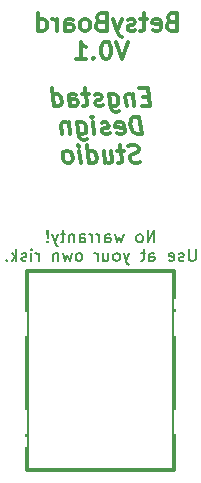
<source format=gbo>
G04 #@! TF.FileFunction,Legend,Bot*
%FSLAX46Y46*%
G04 Gerber Fmt 4.6, Leading zero omitted, Abs format (unit mm)*
G04 Created by KiCad (PCBNEW 0.201509300352+6225~30~ubuntu15.04.1-product) date Thu 01 Oct 2015 02:18:51 AM PDT*
%MOMM*%
G01*
G04 APERTURE LIST*
%ADD10C,0.100000*%
%ADD11C,0.200000*%
%ADD12C,0.300000*%
%ADD13C,0.304800*%
%ADD14R,0.797560X1.498600*%
%ADD15R,1.447800X0.899160*%
%ADD16R,1.470000X2.070000*%
%ADD17C,0.899160*%
%ADD18R,2.199640X1.524000*%
%ADD19O,2.199640X1.524000*%
G04 APERTURE END LIST*
D10*
D11*
X149303810Y-126652381D02*
X149303810Y-125652381D01*
X148732381Y-126652381D01*
X148732381Y-125652381D01*
X148113334Y-126652381D02*
X148208572Y-126604762D01*
X148256191Y-126557143D01*
X148303810Y-126461905D01*
X148303810Y-126176190D01*
X148256191Y-126080952D01*
X148208572Y-126033333D01*
X148113334Y-125985714D01*
X147970476Y-125985714D01*
X147875238Y-126033333D01*
X147827619Y-126080952D01*
X147780000Y-126176190D01*
X147780000Y-126461905D01*
X147827619Y-126557143D01*
X147875238Y-126604762D01*
X147970476Y-126652381D01*
X148113334Y-126652381D01*
X146684762Y-125985714D02*
X146494286Y-126652381D01*
X146303809Y-126176190D01*
X146113333Y-126652381D01*
X145922857Y-125985714D01*
X145113333Y-126652381D02*
X145113333Y-126128571D01*
X145160952Y-126033333D01*
X145256190Y-125985714D01*
X145446667Y-125985714D01*
X145541905Y-126033333D01*
X145113333Y-126604762D02*
X145208571Y-126652381D01*
X145446667Y-126652381D01*
X145541905Y-126604762D01*
X145589524Y-126509524D01*
X145589524Y-126414286D01*
X145541905Y-126319048D01*
X145446667Y-126271429D01*
X145208571Y-126271429D01*
X145113333Y-126223810D01*
X144637143Y-126652381D02*
X144637143Y-125985714D01*
X144637143Y-126176190D02*
X144589524Y-126080952D01*
X144541905Y-126033333D01*
X144446667Y-125985714D01*
X144351428Y-125985714D01*
X144018095Y-126652381D02*
X144018095Y-125985714D01*
X144018095Y-126176190D02*
X143970476Y-126080952D01*
X143922857Y-126033333D01*
X143827619Y-125985714D01*
X143732380Y-125985714D01*
X142970475Y-126652381D02*
X142970475Y-126128571D01*
X143018094Y-126033333D01*
X143113332Y-125985714D01*
X143303809Y-125985714D01*
X143399047Y-126033333D01*
X142970475Y-126604762D02*
X143065713Y-126652381D01*
X143303809Y-126652381D01*
X143399047Y-126604762D01*
X143446666Y-126509524D01*
X143446666Y-126414286D01*
X143399047Y-126319048D01*
X143303809Y-126271429D01*
X143065713Y-126271429D01*
X142970475Y-126223810D01*
X142494285Y-125985714D02*
X142494285Y-126652381D01*
X142494285Y-126080952D02*
X142446666Y-126033333D01*
X142351428Y-125985714D01*
X142208570Y-125985714D01*
X142113332Y-126033333D01*
X142065713Y-126128571D01*
X142065713Y-126652381D01*
X141732380Y-125985714D02*
X141351428Y-125985714D01*
X141589523Y-125652381D02*
X141589523Y-126509524D01*
X141541904Y-126604762D01*
X141446666Y-126652381D01*
X141351428Y-126652381D01*
X141113332Y-125985714D02*
X140875237Y-126652381D01*
X140637141Y-125985714D02*
X140875237Y-126652381D01*
X140970475Y-126890476D01*
X141018094Y-126938095D01*
X141113332Y-126985714D01*
X140256189Y-126557143D02*
X140208570Y-126604762D01*
X140256189Y-126652381D01*
X140303808Y-126604762D01*
X140256189Y-126557143D01*
X140256189Y-126652381D01*
X140256189Y-126271429D02*
X140303808Y-125700000D01*
X140256189Y-125652381D01*
X140208570Y-125700000D01*
X140256189Y-126271429D01*
X140256189Y-125652381D01*
X152780001Y-127252381D02*
X152780001Y-128061905D01*
X152732382Y-128157143D01*
X152684763Y-128204762D01*
X152589525Y-128252381D01*
X152399048Y-128252381D01*
X152303810Y-128204762D01*
X152256191Y-128157143D01*
X152208572Y-128061905D01*
X152208572Y-127252381D01*
X151780001Y-128204762D02*
X151684763Y-128252381D01*
X151494287Y-128252381D01*
X151399048Y-128204762D01*
X151351429Y-128109524D01*
X151351429Y-128061905D01*
X151399048Y-127966667D01*
X151494287Y-127919048D01*
X151637144Y-127919048D01*
X151732382Y-127871429D01*
X151780001Y-127776190D01*
X151780001Y-127728571D01*
X151732382Y-127633333D01*
X151637144Y-127585714D01*
X151494287Y-127585714D01*
X151399048Y-127633333D01*
X150541905Y-128204762D02*
X150637143Y-128252381D01*
X150827620Y-128252381D01*
X150922858Y-128204762D01*
X150970477Y-128109524D01*
X150970477Y-127728571D01*
X150922858Y-127633333D01*
X150827620Y-127585714D01*
X150637143Y-127585714D01*
X150541905Y-127633333D01*
X150494286Y-127728571D01*
X150494286Y-127823810D01*
X150970477Y-127919048D01*
X148875238Y-128252381D02*
X148875238Y-127728571D01*
X148922857Y-127633333D01*
X149018095Y-127585714D01*
X149208572Y-127585714D01*
X149303810Y-127633333D01*
X148875238Y-128204762D02*
X148970476Y-128252381D01*
X149208572Y-128252381D01*
X149303810Y-128204762D01*
X149351429Y-128109524D01*
X149351429Y-128014286D01*
X149303810Y-127919048D01*
X149208572Y-127871429D01*
X148970476Y-127871429D01*
X148875238Y-127823810D01*
X148541905Y-127585714D02*
X148160953Y-127585714D01*
X148399048Y-127252381D02*
X148399048Y-128109524D01*
X148351429Y-128204762D01*
X148256191Y-128252381D01*
X148160953Y-128252381D01*
X147160952Y-127585714D02*
X146922857Y-128252381D01*
X146684761Y-127585714D02*
X146922857Y-128252381D01*
X147018095Y-128490476D01*
X147065714Y-128538095D01*
X147160952Y-128585714D01*
X146160952Y-128252381D02*
X146256190Y-128204762D01*
X146303809Y-128157143D01*
X146351428Y-128061905D01*
X146351428Y-127776190D01*
X146303809Y-127680952D01*
X146256190Y-127633333D01*
X146160952Y-127585714D01*
X146018094Y-127585714D01*
X145922856Y-127633333D01*
X145875237Y-127680952D01*
X145827618Y-127776190D01*
X145827618Y-128061905D01*
X145875237Y-128157143D01*
X145922856Y-128204762D01*
X146018094Y-128252381D01*
X146160952Y-128252381D01*
X144970475Y-127585714D02*
X144970475Y-128252381D01*
X145399047Y-127585714D02*
X145399047Y-128109524D01*
X145351428Y-128204762D01*
X145256190Y-128252381D01*
X145113332Y-128252381D01*
X145018094Y-128204762D01*
X144970475Y-128157143D01*
X144494285Y-128252381D02*
X144494285Y-127585714D01*
X144494285Y-127776190D02*
X144446666Y-127680952D01*
X144399047Y-127633333D01*
X144303809Y-127585714D01*
X144208570Y-127585714D01*
X142970475Y-128252381D02*
X143065713Y-128204762D01*
X143113332Y-128157143D01*
X143160951Y-128061905D01*
X143160951Y-127776190D01*
X143113332Y-127680952D01*
X143065713Y-127633333D01*
X142970475Y-127585714D01*
X142827617Y-127585714D01*
X142732379Y-127633333D01*
X142684760Y-127680952D01*
X142637141Y-127776190D01*
X142637141Y-128061905D01*
X142684760Y-128157143D01*
X142732379Y-128204762D01*
X142827617Y-128252381D01*
X142970475Y-128252381D01*
X142303808Y-127585714D02*
X142113332Y-128252381D01*
X141922855Y-127776190D01*
X141732379Y-128252381D01*
X141541903Y-127585714D01*
X141160951Y-127585714D02*
X141160951Y-128252381D01*
X141160951Y-127680952D02*
X141113332Y-127633333D01*
X141018094Y-127585714D01*
X140875236Y-127585714D01*
X140779998Y-127633333D01*
X140732379Y-127728571D01*
X140732379Y-128252381D01*
X139494284Y-128252381D02*
X139494284Y-127585714D01*
X139494284Y-127776190D02*
X139446665Y-127680952D01*
X139399046Y-127633333D01*
X139303808Y-127585714D01*
X139208569Y-127585714D01*
X138875236Y-128252381D02*
X138875236Y-127585714D01*
X138875236Y-127252381D02*
X138922855Y-127300000D01*
X138875236Y-127347619D01*
X138827617Y-127300000D01*
X138875236Y-127252381D01*
X138875236Y-127347619D01*
X138446665Y-128204762D02*
X138351427Y-128252381D01*
X138160951Y-128252381D01*
X138065712Y-128204762D01*
X138018093Y-128109524D01*
X138018093Y-128061905D01*
X138065712Y-127966667D01*
X138160951Y-127919048D01*
X138303808Y-127919048D01*
X138399046Y-127871429D01*
X138446665Y-127776190D01*
X138446665Y-127728571D01*
X138399046Y-127633333D01*
X138303808Y-127585714D01*
X138160951Y-127585714D01*
X138065712Y-127633333D01*
X137589522Y-128252381D02*
X137589522Y-127252381D01*
X137494284Y-127871429D02*
X137208569Y-128252381D01*
X137208569Y-127585714D02*
X137589522Y-127966667D01*
X136779998Y-128157143D02*
X136732379Y-128204762D01*
X136779998Y-128252381D01*
X136827617Y-128204762D01*
X136779998Y-128157143D01*
X136779998Y-128252381D01*
D12*
X148838036Y-114332857D02*
X148338036Y-114332857D01*
X148221964Y-115118571D02*
X148936250Y-115118571D01*
X148748750Y-113618571D01*
X148034464Y-113618571D01*
X147454107Y-114118571D02*
X147579107Y-115118571D01*
X147471965Y-114261429D02*
X147391608Y-114190000D01*
X147239821Y-114118571D01*
X147025536Y-114118571D01*
X146891608Y-114190000D01*
X146838036Y-114332857D01*
X146936250Y-115118571D01*
X145454107Y-114118571D02*
X145605893Y-115332857D01*
X145695179Y-115475714D01*
X145775536Y-115547143D01*
X145927321Y-115618571D01*
X146141607Y-115618571D01*
X146275536Y-115547143D01*
X145570179Y-115047143D02*
X145721964Y-115118571D01*
X146007678Y-115118571D01*
X146141608Y-115047143D01*
X146204107Y-114975714D01*
X146257679Y-114832857D01*
X146204108Y-114404286D01*
X146114822Y-114261429D01*
X146034465Y-114190000D01*
X145882678Y-114118571D01*
X145596964Y-114118571D01*
X145463036Y-114190000D01*
X144927322Y-115047143D02*
X144793393Y-115118571D01*
X144507678Y-115118571D01*
X144355893Y-115047143D01*
X144266608Y-114904286D01*
X144257679Y-114832857D01*
X144311250Y-114690000D01*
X144445178Y-114618571D01*
X144659464Y-114618571D01*
X144793393Y-114547143D01*
X144846965Y-114404286D01*
X144838036Y-114332857D01*
X144748750Y-114190000D01*
X144596964Y-114118571D01*
X144382678Y-114118571D01*
X144248750Y-114190000D01*
X143739821Y-114118571D02*
X143168392Y-114118571D01*
X143463035Y-113618571D02*
X143623750Y-114904286D01*
X143570179Y-115047143D01*
X143436249Y-115118571D01*
X143293392Y-115118571D01*
X142150535Y-115118571D02*
X142052321Y-114332857D01*
X142105893Y-114190000D01*
X142239821Y-114118571D01*
X142525535Y-114118571D01*
X142677321Y-114190000D01*
X142141607Y-115047143D02*
X142293392Y-115118571D01*
X142650535Y-115118571D01*
X142784464Y-115047143D01*
X142838036Y-114904286D01*
X142820179Y-114761429D01*
X142730892Y-114618571D01*
X142579107Y-114547143D01*
X142221964Y-114547143D01*
X142070178Y-114475714D01*
X140793392Y-115118571D02*
X140605892Y-113618571D01*
X140784464Y-115047143D02*
X140936249Y-115118571D01*
X141221963Y-115118571D01*
X141355893Y-115047143D01*
X141418392Y-114975714D01*
X141471964Y-114832857D01*
X141418393Y-114404286D01*
X141329107Y-114261429D01*
X141248750Y-114190000D01*
X141096963Y-114118571D01*
X140811249Y-114118571D01*
X140677321Y-114190000D01*
X148221964Y-117518571D02*
X148034464Y-116018571D01*
X147677321Y-116018571D01*
X147471965Y-116090000D01*
X147346964Y-116232857D01*
X147293393Y-116375714D01*
X147257679Y-116661429D01*
X147284464Y-116875714D01*
X147391608Y-117161429D01*
X147480893Y-117304286D01*
X147641608Y-117447143D01*
X147864821Y-117518571D01*
X148221964Y-117518571D01*
X146141608Y-117447143D02*
X146293393Y-117518571D01*
X146579107Y-117518571D01*
X146713036Y-117447143D01*
X146766608Y-117304286D01*
X146695179Y-116732857D01*
X146605893Y-116590000D01*
X146454107Y-116518571D01*
X146168393Y-116518571D01*
X146034465Y-116590000D01*
X145980893Y-116732857D01*
X145998750Y-116875714D01*
X146730893Y-117018571D01*
X145498751Y-117447143D02*
X145364822Y-117518571D01*
X145079107Y-117518571D01*
X144927322Y-117447143D01*
X144838037Y-117304286D01*
X144829108Y-117232857D01*
X144882679Y-117090000D01*
X145016607Y-117018571D01*
X145230893Y-117018571D01*
X145364822Y-116947143D01*
X145418394Y-116804286D01*
X145409465Y-116732857D01*
X145320179Y-116590000D01*
X145168393Y-116518571D01*
X144954107Y-116518571D01*
X144820179Y-116590000D01*
X144221964Y-117518571D02*
X144096964Y-116518571D01*
X144034464Y-116018571D02*
X144114822Y-116090000D01*
X144052322Y-116161429D01*
X143971965Y-116090000D01*
X144034464Y-116018571D01*
X144052322Y-116161429D01*
X142739821Y-116518571D02*
X142891607Y-117732857D01*
X142980893Y-117875714D01*
X143061250Y-117947143D01*
X143213035Y-118018571D01*
X143427321Y-118018571D01*
X143561250Y-117947143D01*
X142855893Y-117447143D02*
X143007678Y-117518571D01*
X143293392Y-117518571D01*
X143427322Y-117447143D01*
X143489821Y-117375714D01*
X143543393Y-117232857D01*
X143489822Y-116804286D01*
X143400536Y-116661429D01*
X143320179Y-116590000D01*
X143168392Y-116518571D01*
X142882678Y-116518571D01*
X142748750Y-116590000D01*
X142025535Y-116518571D02*
X142150535Y-117518571D01*
X142043393Y-116661429D02*
X141963036Y-116590000D01*
X141811249Y-116518571D01*
X141596964Y-116518571D01*
X141463036Y-116590000D01*
X141409464Y-116732857D01*
X141507678Y-117518571D01*
X148105893Y-119847143D02*
X147900535Y-119918571D01*
X147543392Y-119918571D01*
X147391607Y-119847143D01*
X147311249Y-119775714D01*
X147221964Y-119632857D01*
X147204107Y-119490000D01*
X147257678Y-119347143D01*
X147320178Y-119275714D01*
X147454107Y-119204286D01*
X147730892Y-119132857D01*
X147864822Y-119061429D01*
X147927321Y-118990000D01*
X147980893Y-118847143D01*
X147963036Y-118704286D01*
X147873750Y-118561429D01*
X147793393Y-118490000D01*
X147641606Y-118418571D01*
X147284464Y-118418571D01*
X147079107Y-118490000D01*
X146704107Y-118918571D02*
X146132678Y-118918571D01*
X146427321Y-118418571D02*
X146588036Y-119704286D01*
X146534465Y-119847143D01*
X146400535Y-119918571D01*
X146257678Y-119918571D01*
X144989821Y-118918571D02*
X145114821Y-119918571D01*
X145632678Y-118918571D02*
X145730893Y-119704286D01*
X145677322Y-119847143D01*
X145543392Y-119918571D01*
X145329107Y-119918571D01*
X145177322Y-119847143D01*
X145096964Y-119775714D01*
X143757678Y-119918571D02*
X143570178Y-118418571D01*
X143748750Y-119847143D02*
X143900535Y-119918571D01*
X144186249Y-119918571D01*
X144320179Y-119847143D01*
X144382678Y-119775714D01*
X144436250Y-119632857D01*
X144382679Y-119204286D01*
X144293393Y-119061429D01*
X144213036Y-118990000D01*
X144061249Y-118918571D01*
X143775535Y-118918571D01*
X143641607Y-118990000D01*
X143043392Y-119918571D02*
X142918392Y-118918571D01*
X142855892Y-118418571D02*
X142936250Y-118490000D01*
X142873750Y-118561429D01*
X142793393Y-118490000D01*
X142855892Y-118418571D01*
X142873750Y-118561429D01*
X142114820Y-119918571D02*
X142248750Y-119847143D01*
X142311249Y-119775714D01*
X142364821Y-119632857D01*
X142311250Y-119204286D01*
X142221964Y-119061429D01*
X142141607Y-118990000D01*
X141989820Y-118918571D01*
X141775535Y-118918571D01*
X141641607Y-118990000D01*
X141579107Y-119061429D01*
X141525535Y-119204286D01*
X141579106Y-119632857D01*
X141668392Y-119775714D01*
X141748750Y-119847143D01*
X141900535Y-119918571D01*
X142114820Y-119918571D01*
X150744285Y-107982857D02*
X150529999Y-108054286D01*
X150458571Y-108125714D01*
X150387142Y-108268571D01*
X150387142Y-108482857D01*
X150458571Y-108625714D01*
X150529999Y-108697143D01*
X150672857Y-108768571D01*
X151244285Y-108768571D01*
X151244285Y-107268571D01*
X150744285Y-107268571D01*
X150601428Y-107340000D01*
X150529999Y-107411429D01*
X150458571Y-107554286D01*
X150458571Y-107697143D01*
X150529999Y-107840000D01*
X150601428Y-107911429D01*
X150744285Y-107982857D01*
X151244285Y-107982857D01*
X149172857Y-108697143D02*
X149315714Y-108768571D01*
X149601428Y-108768571D01*
X149744285Y-108697143D01*
X149815714Y-108554286D01*
X149815714Y-107982857D01*
X149744285Y-107840000D01*
X149601428Y-107768571D01*
X149315714Y-107768571D01*
X149172857Y-107840000D01*
X149101428Y-107982857D01*
X149101428Y-108125714D01*
X149815714Y-108268571D01*
X148672857Y-107768571D02*
X148101428Y-107768571D01*
X148458571Y-107268571D02*
X148458571Y-108554286D01*
X148387143Y-108697143D01*
X148244285Y-108768571D01*
X148101428Y-108768571D01*
X147672857Y-108697143D02*
X147530000Y-108768571D01*
X147244285Y-108768571D01*
X147101428Y-108697143D01*
X147030000Y-108554286D01*
X147030000Y-108482857D01*
X147101428Y-108340000D01*
X147244285Y-108268571D01*
X147458571Y-108268571D01*
X147601428Y-108197143D01*
X147672857Y-108054286D01*
X147672857Y-107982857D01*
X147601428Y-107840000D01*
X147458571Y-107768571D01*
X147244285Y-107768571D01*
X147101428Y-107840000D01*
X146529999Y-107768571D02*
X146172856Y-108768571D01*
X145815714Y-107768571D02*
X146172856Y-108768571D01*
X146315714Y-109125714D01*
X146387142Y-109197143D01*
X146529999Y-109268571D01*
X144744285Y-107982857D02*
X144529999Y-108054286D01*
X144458571Y-108125714D01*
X144387142Y-108268571D01*
X144387142Y-108482857D01*
X144458571Y-108625714D01*
X144529999Y-108697143D01*
X144672857Y-108768571D01*
X145244285Y-108768571D01*
X145244285Y-107268571D01*
X144744285Y-107268571D01*
X144601428Y-107340000D01*
X144529999Y-107411429D01*
X144458571Y-107554286D01*
X144458571Y-107697143D01*
X144529999Y-107840000D01*
X144601428Y-107911429D01*
X144744285Y-107982857D01*
X145244285Y-107982857D01*
X143529999Y-108768571D02*
X143672857Y-108697143D01*
X143744285Y-108625714D01*
X143815714Y-108482857D01*
X143815714Y-108054286D01*
X143744285Y-107911429D01*
X143672857Y-107840000D01*
X143529999Y-107768571D01*
X143315714Y-107768571D01*
X143172857Y-107840000D01*
X143101428Y-107911429D01*
X143029999Y-108054286D01*
X143029999Y-108482857D01*
X143101428Y-108625714D01*
X143172857Y-108697143D01*
X143315714Y-108768571D01*
X143529999Y-108768571D01*
X141744285Y-108768571D02*
X141744285Y-107982857D01*
X141815714Y-107840000D01*
X141958571Y-107768571D01*
X142244285Y-107768571D01*
X142387142Y-107840000D01*
X141744285Y-108697143D02*
X141887142Y-108768571D01*
X142244285Y-108768571D01*
X142387142Y-108697143D01*
X142458571Y-108554286D01*
X142458571Y-108411429D01*
X142387142Y-108268571D01*
X142244285Y-108197143D01*
X141887142Y-108197143D01*
X141744285Y-108125714D01*
X141029999Y-108768571D02*
X141029999Y-107768571D01*
X141029999Y-108054286D02*
X140958571Y-107911429D01*
X140887142Y-107840000D01*
X140744285Y-107768571D01*
X140601428Y-107768571D01*
X139458571Y-108768571D02*
X139458571Y-107268571D01*
X139458571Y-108697143D02*
X139601428Y-108768571D01*
X139887142Y-108768571D01*
X140030000Y-108697143D01*
X140101428Y-108625714D01*
X140172857Y-108482857D01*
X140172857Y-108054286D01*
X140101428Y-107911429D01*
X140030000Y-107840000D01*
X139887142Y-107768571D01*
X139601428Y-107768571D01*
X139458571Y-107840000D01*
X147065714Y-109668571D02*
X146565714Y-111168571D01*
X146065714Y-109668571D01*
X145280000Y-109668571D02*
X145137143Y-109668571D01*
X144994286Y-109740000D01*
X144922857Y-109811429D01*
X144851428Y-109954286D01*
X144780000Y-110240000D01*
X144780000Y-110597143D01*
X144851428Y-110882857D01*
X144922857Y-111025714D01*
X144994286Y-111097143D01*
X145137143Y-111168571D01*
X145280000Y-111168571D01*
X145422857Y-111097143D01*
X145494286Y-111025714D01*
X145565714Y-110882857D01*
X145637143Y-110597143D01*
X145637143Y-110240000D01*
X145565714Y-109954286D01*
X145494286Y-109811429D01*
X145422857Y-109740000D01*
X145280000Y-109668571D01*
X144137143Y-111025714D02*
X144065715Y-111097143D01*
X144137143Y-111168571D01*
X144208572Y-111097143D01*
X144137143Y-111025714D01*
X144137143Y-111168571D01*
X142637143Y-111168571D02*
X143494286Y-111168571D01*
X143065714Y-111168571D02*
X143065714Y-109668571D01*
X143208571Y-109882857D01*
X143351429Y-110025714D01*
X143494286Y-110097143D01*
D13*
X150942040Y-145917920D02*
X138506200Y-145917920D01*
X138506200Y-145917920D02*
X138506200Y-129118360D01*
X138506200Y-129118360D02*
X150942040Y-129118360D01*
X150942040Y-129118360D02*
X150942040Y-145917920D01*
%LPC*%
D14*
X141424660Y-139268200D03*
X142524480Y-139268200D03*
X143624300Y-139268200D03*
X144724120Y-139268200D03*
X145823940Y-139268200D03*
X146923760Y-139268200D03*
X148023580Y-139268200D03*
X149123400Y-139268200D03*
D15*
X137850880Y-143565880D03*
X151597360Y-131866640D03*
D16*
X151599120Y-133568360D03*
X151599120Y-141868360D03*
X137849120Y-141868360D03*
X137849120Y-133568360D03*
D17*
X146977100Y-101701600D03*
X142580360Y-101701600D03*
D18*
X154940000Y-99060000D03*
D19*
X154940000Y-101600000D03*
X154940000Y-104140000D03*
X154940000Y-106680000D03*
X154940000Y-109220000D03*
X154940000Y-111760000D03*
X154940000Y-114300000D03*
X154940000Y-116840000D03*
X154940000Y-119380000D03*
X154940000Y-121920000D03*
X154940000Y-124460000D03*
X154940000Y-127000000D03*
X154940000Y-129540000D03*
X154940000Y-132080000D03*
X154940000Y-134620000D03*
X154940000Y-137160000D03*
X154940000Y-139700000D03*
X154940000Y-142240000D03*
X154940000Y-144780000D03*
D18*
X134620000Y-99060000D03*
D19*
X134620000Y-101600000D03*
X134620000Y-104140000D03*
X134620000Y-106680000D03*
X134620000Y-109220000D03*
X134620000Y-111760000D03*
X134620000Y-114300000D03*
X134620000Y-116840000D03*
X134620000Y-119380000D03*
X134620000Y-121920000D03*
X134620000Y-124460000D03*
X134620000Y-127000000D03*
X134620000Y-129540000D03*
X134620000Y-132080000D03*
X134620000Y-134620000D03*
X134620000Y-137160000D03*
X134620000Y-139700000D03*
X134620000Y-142240000D03*
X134620000Y-144780000D03*
M02*

</source>
